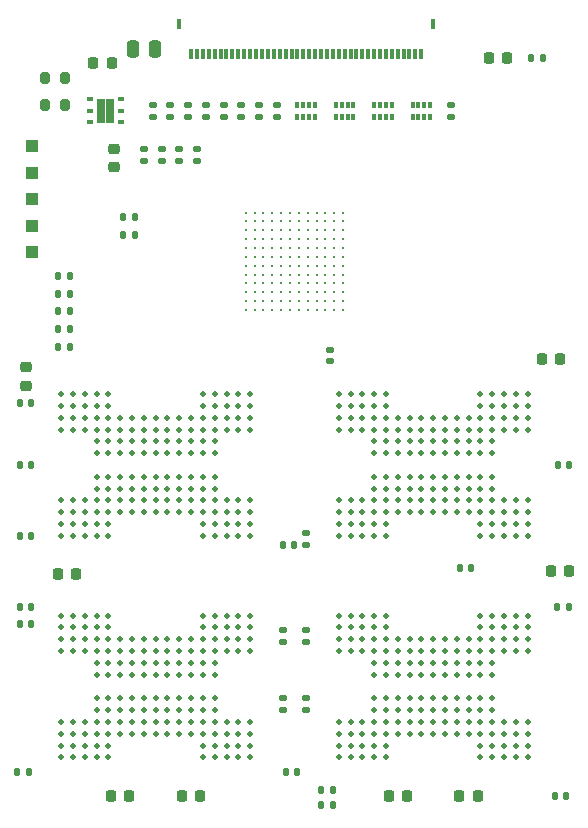
<source format=gbr>
%TF.GenerationSoftware,KiCad,Pcbnew,(6.0.7)*%
%TF.CreationDate,2022-10-03T18:22:00-04:00*%
%TF.ProjectId,IDE-SSD-ZIF,4944452d-5353-4442-9d5a-49462e6b6963,rev?*%
%TF.SameCoordinates,Original*%
%TF.FileFunction,Soldermask,Top*%
%TF.FilePolarity,Negative*%
%FSLAX46Y46*%
G04 Gerber Fmt 4.6, Leading zero omitted, Abs format (unit mm)*
G04 Created by KiCad (PCBNEW (6.0.7)) date 2022-10-03 18:22:00*
%MOMM*%
%LPD*%
G01*
G04 APERTURE LIST*
G04 Aperture macros list*
%AMRoundRect*
0 Rectangle with rounded corners*
0 $1 Rounding radius*
0 $2 $3 $4 $5 $6 $7 $8 $9 X,Y pos of 4 corners*
0 Add a 4 corners polygon primitive as box body*
4,1,4,$2,$3,$4,$5,$6,$7,$8,$9,$2,$3,0*
0 Add four circle primitives for the rounded corners*
1,1,$1+$1,$2,$3*
1,1,$1+$1,$4,$5*
1,1,$1+$1,$6,$7*
1,1,$1+$1,$8,$9*
0 Add four rect primitives between the rounded corners*
20,1,$1+$1,$2,$3,$4,$5,0*
20,1,$1+$1,$4,$5,$6,$7,0*
20,1,$1+$1,$6,$7,$8,$9,0*
20,1,$1+$1,$8,$9,$2,$3,0*%
G04 Aperture macros list end*
%ADD10RoundRect,0.135000X-0.185000X0.135000X-0.185000X-0.135000X0.185000X-0.135000X0.185000X0.135000X0*%
%ADD11RoundRect,0.250000X-0.250000X-0.475000X0.250000X-0.475000X0.250000X0.475000X-0.250000X0.475000X0*%
%ADD12RoundRect,0.225000X-0.225000X-0.250000X0.225000X-0.250000X0.225000X0.250000X-0.225000X0.250000X0*%
%ADD13RoundRect,0.140000X-0.140000X-0.170000X0.140000X-0.170000X0.140000X0.170000X-0.140000X0.170000X0*%
%ADD14R,1.000000X1.000000*%
%ADD15R,0.400000X0.500000*%
%ADD16R,0.300000X0.500000*%
%ADD17RoundRect,0.225000X0.225000X0.250000X-0.225000X0.250000X-0.225000X-0.250000X0.225000X-0.250000X0*%
%ADD18RoundRect,0.140000X0.140000X0.170000X-0.140000X0.170000X-0.140000X-0.170000X0.140000X-0.170000X0*%
%ADD19RoundRect,0.140000X0.170000X-0.140000X0.170000X0.140000X-0.170000X0.140000X-0.170000X-0.140000X0*%
%ADD20RoundRect,0.135000X-0.135000X-0.185000X0.135000X-0.185000X0.135000X0.185000X-0.135000X0.185000X0*%
%ADD21R,0.304800X0.812800*%
%ADD22R,0.406400X0.812800*%
%ADD23C,0.500000*%
%ADD24RoundRect,0.200000X-0.200000X-0.275000X0.200000X-0.275000X0.200000X0.275000X-0.200000X0.275000X0*%
%ADD25RoundRect,0.225000X0.250000X-0.225000X0.250000X0.225000X-0.250000X0.225000X-0.250000X-0.225000X0*%
%ADD26C,0.300000*%
%ADD27RoundRect,0.218750X-0.218750X-0.256250X0.218750X-0.256250X0.218750X0.256250X-0.218750X0.256250X0*%
%ADD28RoundRect,0.225000X-0.250000X0.225000X-0.250000X-0.225000X0.250000X-0.225000X0.250000X0.225000X0*%
%ADD29R,0.630000X0.450000*%
%ADD30R,0.800000X1.050000*%
%ADD31RoundRect,0.140000X-0.170000X0.140000X-0.170000X-0.140000X0.170000X-0.140000X0.170000X0.140000X0*%
G04 APERTURE END LIST*
D10*
%TO.C,R4*%
X124250000Y-68240000D03*
X124250000Y-69260000D03*
%TD*%
D11*
%TO.C,C1*%
X120300000Y-59750000D03*
X122200000Y-59750000D03*
%TD*%
D12*
%TO.C,C27*%
X113975000Y-104250000D03*
X115525000Y-104250000D03*
%TD*%
D13*
%TO.C,C36*%
X156290000Y-95000000D03*
X157250000Y-95000000D03*
%TD*%
D14*
%TO.C,RST*%
X111750000Y-74750000D03*
%TD*%
D13*
%TO.C,C17*%
X156270000Y-107000000D03*
X157230000Y-107000000D03*
%TD*%
D12*
%TO.C,C40*%
X154950000Y-86000000D03*
X156500000Y-86000000D03*
%TD*%
D10*
%TO.C,R12*%
X122000000Y-64510000D03*
X122000000Y-65530000D03*
%TD*%
%TO.C,R2*%
X128000000Y-64510000D03*
X128000000Y-65530000D03*
%TD*%
D14*
%TO.C,GND*%
X111750000Y-77000000D03*
%TD*%
D15*
%TO.C,RN4*%
X134250000Y-65520000D03*
D16*
X134750000Y-65520000D03*
X135250000Y-65520000D03*
D15*
X135750000Y-65520000D03*
X135750000Y-64520000D03*
D16*
X135250000Y-64520000D03*
X134750000Y-64520000D03*
D15*
X134250000Y-64520000D03*
%TD*%
D17*
%TO.C,C25*%
X149525000Y-123000000D03*
X147975000Y-123000000D03*
%TD*%
D18*
%TO.C,C33*%
X111730000Y-107000000D03*
X110770000Y-107000000D03*
%TD*%
%TO.C,C20*%
X111730000Y-101000000D03*
X110770000Y-101000000D03*
%TD*%
D19*
%TO.C,C35*%
X137000000Y-86230000D03*
X137000000Y-85270000D03*
%TD*%
D15*
%TO.C,RN3*%
X137500000Y-65520000D03*
D16*
X138000000Y-65520000D03*
X138500000Y-65520000D03*
D15*
X139000000Y-65520000D03*
X139000000Y-64520000D03*
D16*
X138500000Y-64520000D03*
X138000000Y-64520000D03*
D15*
X137500000Y-64520000D03*
%TD*%
D20*
%TO.C,R19*%
X114000000Y-79000000D03*
X115020000Y-79000000D03*
%TD*%
%TO.C,R26*%
X119490000Y-74000000D03*
X120510000Y-74000000D03*
%TD*%
D13*
%TO.C,C24*%
X133040000Y-101750000D03*
X134000000Y-101750000D03*
%TD*%
D21*
%TO.C,J1*%
X144753600Y-60166400D03*
X144245600Y-60166400D03*
X143737600Y-60166400D03*
X143255000Y-60166400D03*
X142747000Y-60166400D03*
X142239000Y-60166400D03*
X141756400Y-60166400D03*
X141248400Y-60166400D03*
X140740400Y-60166400D03*
X140257800Y-60166400D03*
X139749800Y-60166400D03*
X139241800Y-60166400D03*
X138759200Y-60166400D03*
X138251200Y-60166400D03*
X137743200Y-60166400D03*
X137260600Y-60166400D03*
X136752600Y-60166400D03*
X136244600Y-60166400D03*
X135762000Y-60166400D03*
X135254000Y-60166400D03*
X134746000Y-60166400D03*
X134238000Y-60166400D03*
X133755400Y-60166400D03*
X133247400Y-60166400D03*
X132739400Y-60166400D03*
X132256800Y-60166400D03*
X131748800Y-60166400D03*
X131240800Y-60166400D03*
X130758200Y-60166400D03*
X130250200Y-60166400D03*
X129742200Y-60166400D03*
X129259600Y-60166400D03*
X128751600Y-60166400D03*
X128243600Y-60166400D03*
X127761000Y-60166400D03*
X127253000Y-60166400D03*
X126745000Y-60166400D03*
X126262400Y-60166400D03*
X125754400Y-60166400D03*
X125246400Y-60166400D03*
D22*
X124230400Y-57677200D03*
X145769600Y-57677200D03*
%TD*%
D10*
%TO.C,R22*%
X135000000Y-114730000D03*
X135000000Y-115750000D03*
%TD*%
D13*
%TO.C,C29*%
X133270000Y-121000000D03*
X134230000Y-121000000D03*
%TD*%
D15*
%TO.C,RN1*%
X144000000Y-65520000D03*
D16*
X144500000Y-65520000D03*
X145000000Y-65520000D03*
D15*
X145500000Y-65520000D03*
X145500000Y-64520000D03*
D16*
X145000000Y-64520000D03*
X144500000Y-64520000D03*
D15*
X144000000Y-64520000D03*
%TD*%
D18*
%TO.C,C22*%
X137230000Y-123750000D03*
X136270000Y-123750000D03*
%TD*%
D10*
%TO.C,R14*%
X147250000Y-64500000D03*
X147250000Y-65520000D03*
%TD*%
%TO.C,R23*%
X135000000Y-108990000D03*
X135000000Y-110010000D03*
%TD*%
D23*
%TO.C,U4*%
X114250000Y-119750000D03*
X114250000Y-118750000D03*
X114250000Y-117750000D03*
X114250000Y-116750000D03*
X114250000Y-110750000D03*
X114250000Y-109750000D03*
X114250000Y-108750000D03*
X114250000Y-107750000D03*
X115250000Y-119750000D03*
X115250000Y-118750000D03*
X115250000Y-117750000D03*
X115250000Y-116750000D03*
X115250000Y-110750000D03*
X115250000Y-109750000D03*
X115250000Y-108750000D03*
X115250000Y-107750000D03*
X116250000Y-119750000D03*
X116250000Y-118750000D03*
X116250000Y-117750000D03*
X116250000Y-116750000D03*
X116250000Y-110750000D03*
X116250000Y-109750000D03*
X116250000Y-108750000D03*
X116250000Y-107750000D03*
X117250000Y-119750000D03*
X117250000Y-118750000D03*
X117250000Y-117750000D03*
X117250000Y-116750000D03*
X117250000Y-115750000D03*
X117250000Y-114750000D03*
X117250000Y-112750000D03*
X117250000Y-111750000D03*
X117250000Y-110750000D03*
X117250000Y-109750000D03*
X117250000Y-108750000D03*
X117250000Y-107750000D03*
X118250000Y-119750000D03*
X118250000Y-118750000D03*
X118250000Y-117750000D03*
X118250000Y-116750000D03*
X118250000Y-115750000D03*
X118250000Y-114750000D03*
X118250000Y-112750000D03*
X118250000Y-111750000D03*
X118250000Y-110750000D03*
X118250000Y-109750000D03*
X118250000Y-108750000D03*
X118250000Y-107750000D03*
X119250000Y-117750000D03*
X119250000Y-116750000D03*
X119250000Y-115750000D03*
X119250000Y-114750000D03*
X119250000Y-112750000D03*
X119250000Y-111750000D03*
X119250000Y-110750000D03*
X119250000Y-109750000D03*
X120250000Y-117750000D03*
X120250000Y-116750000D03*
X120250000Y-115750000D03*
X120250000Y-114750000D03*
X120250000Y-112750000D03*
X120250000Y-111750000D03*
X120250000Y-110750000D03*
X120250000Y-109750000D03*
X121250000Y-117750000D03*
X121250000Y-116750000D03*
X121250000Y-115750000D03*
X121250000Y-114750000D03*
X121250000Y-112750000D03*
X121250000Y-111750000D03*
X121250000Y-110750000D03*
X121250000Y-109750000D03*
X122250000Y-117750000D03*
X122250000Y-116750000D03*
X122250000Y-115750000D03*
X122250000Y-114750000D03*
X122250000Y-112750000D03*
X122250000Y-111750000D03*
X122250000Y-110750000D03*
X122250000Y-109750000D03*
X123250000Y-117750000D03*
X123250000Y-116750000D03*
X123250000Y-115750000D03*
X123250000Y-114750000D03*
X123250000Y-112750000D03*
X123250000Y-111750000D03*
X123250000Y-110750000D03*
X123250000Y-109750000D03*
X124250000Y-117750000D03*
X124250000Y-116750000D03*
X124250000Y-115750000D03*
X124250000Y-114750000D03*
X124250000Y-112750000D03*
X124250000Y-111750000D03*
X124250000Y-110750000D03*
X124250000Y-109750000D03*
X125250000Y-117750000D03*
X125250000Y-116750000D03*
X125250000Y-115750000D03*
X125250000Y-114750000D03*
X125250000Y-112750000D03*
X125250000Y-111750000D03*
X125250000Y-110750000D03*
X125250000Y-109750000D03*
X126250000Y-119750000D03*
X126250000Y-118750000D03*
X126250000Y-117750000D03*
X126250000Y-116750000D03*
X126250000Y-115750000D03*
X126250000Y-114750000D03*
X126250000Y-112750000D03*
X126250000Y-111750000D03*
X126250000Y-110750000D03*
X126250000Y-109750000D03*
X126250000Y-108750000D03*
X126250000Y-107750000D03*
X127250000Y-119750000D03*
X127250000Y-118750000D03*
X127250000Y-117750000D03*
X127250000Y-116750000D03*
X127250000Y-115750000D03*
X127250000Y-114750000D03*
X127250000Y-112750000D03*
X127250000Y-111750000D03*
X127250000Y-110750000D03*
X127250000Y-109750000D03*
X127250000Y-108750000D03*
X127250000Y-107750000D03*
X128250000Y-119750000D03*
X128250000Y-118750000D03*
X128250000Y-117750000D03*
X128250000Y-116750000D03*
X128250000Y-110750000D03*
X128250000Y-109750000D03*
X128250000Y-108750000D03*
X128250000Y-107750000D03*
X129250000Y-119750000D03*
X129250000Y-118750000D03*
X129250000Y-117750000D03*
X129250000Y-116750000D03*
X129250000Y-110750000D03*
X129250000Y-109750000D03*
X129250000Y-108750000D03*
X129250000Y-107750000D03*
X130250000Y-119750000D03*
X130250000Y-118750000D03*
X130250000Y-117750000D03*
X130250000Y-116750000D03*
X130250000Y-110750000D03*
X130250000Y-109750000D03*
X130250000Y-108750000D03*
X130250000Y-107750000D03*
%TD*%
D24*
%TO.C,R25*%
X112925000Y-62250000D03*
X114575000Y-62250000D03*
%TD*%
D14*
%TO.C,I2C*%
X111750000Y-68000000D03*
%TD*%
D25*
%TO.C,C28*%
X111250000Y-88275000D03*
X111250000Y-86725000D03*
%TD*%
D18*
%TO.C,C30*%
X111500000Y-121000000D03*
X110540000Y-121000000D03*
%TD*%
D10*
%TO.C,R8*%
X129500000Y-64500000D03*
X129500000Y-65520000D03*
%TD*%
D13*
%TO.C,C31*%
X148000000Y-103750000D03*
X148960000Y-103750000D03*
%TD*%
D26*
%TO.C,U1*%
X129875000Y-81875000D03*
X129875000Y-81125000D03*
X129875000Y-80375000D03*
X129875000Y-79625000D03*
X129875000Y-78875000D03*
X129875000Y-78125000D03*
X129875000Y-77375000D03*
X129875000Y-76625000D03*
X129875000Y-75875000D03*
X129875000Y-75125000D03*
X129875000Y-74375000D03*
X129875000Y-73625000D03*
X130625000Y-81875000D03*
X130625000Y-81125000D03*
X130625000Y-80375000D03*
X130625000Y-79625000D03*
X130625000Y-78875000D03*
X130625000Y-78125000D03*
X130625000Y-77375000D03*
X130625000Y-76625000D03*
X130625000Y-75875000D03*
X130625000Y-75125000D03*
X130625000Y-74375000D03*
X130625000Y-73625000D03*
X131375000Y-81875000D03*
X131375000Y-81125000D03*
X131375000Y-80375000D03*
X131375000Y-79625000D03*
X131375000Y-78875000D03*
X131375000Y-78125000D03*
X131375000Y-77375000D03*
X131375000Y-76625000D03*
X131375000Y-75875000D03*
X131375000Y-75125000D03*
X131375000Y-74375000D03*
X131375000Y-73625000D03*
X132125000Y-81875000D03*
X132125000Y-81125000D03*
X132125000Y-80375000D03*
X132125000Y-79625000D03*
X132125000Y-78875000D03*
X132125000Y-78125000D03*
X132125000Y-77375000D03*
X132125000Y-76625000D03*
X132125000Y-75875000D03*
X132125000Y-75125000D03*
X132125000Y-74375000D03*
X132125000Y-73625000D03*
X132875000Y-81875000D03*
X132875000Y-81125000D03*
X132875000Y-80375000D03*
X132875000Y-79625000D03*
X132875000Y-78875000D03*
X132875000Y-78125000D03*
X132875000Y-77375000D03*
X132875000Y-76625000D03*
X132875000Y-75875000D03*
X132875000Y-75125000D03*
X132875000Y-74375000D03*
X132875000Y-73625000D03*
X133625000Y-81875000D03*
X133625000Y-81125000D03*
X133625000Y-80375000D03*
X133625000Y-79625000D03*
X133625000Y-78875000D03*
X133625000Y-78125000D03*
X133625000Y-77375000D03*
X133625000Y-76625000D03*
X133625000Y-75875000D03*
X133625000Y-75125000D03*
X133625000Y-74375000D03*
X133625000Y-73625000D03*
X134375000Y-81875000D03*
X134375000Y-81125000D03*
X134375000Y-80375000D03*
X134375000Y-79625000D03*
X134375000Y-78875000D03*
X134375000Y-78125000D03*
X134375000Y-77375000D03*
X134375000Y-76625000D03*
X134375000Y-75875000D03*
X134375000Y-75125000D03*
X134375000Y-74375000D03*
X134375000Y-73625000D03*
X135125000Y-81875000D03*
X135125000Y-81125000D03*
X135125000Y-80375000D03*
X135125000Y-79625000D03*
X135125000Y-78875000D03*
X135125000Y-78125000D03*
X135125000Y-77375000D03*
X135125000Y-76625000D03*
X135125000Y-75875000D03*
X135125000Y-75125000D03*
X135125000Y-74375000D03*
X135125000Y-73625000D03*
X135875000Y-81875000D03*
X135875000Y-81125000D03*
X135875000Y-80375000D03*
X135875000Y-79625000D03*
X135875000Y-78875000D03*
X135875000Y-78125000D03*
X135875000Y-77375000D03*
X135875000Y-76625000D03*
X135875000Y-75875000D03*
X135875000Y-75125000D03*
X135875000Y-74375000D03*
X135875000Y-73625000D03*
X136625000Y-81875000D03*
X136625000Y-81125000D03*
X136625000Y-80375000D03*
X136625000Y-79625000D03*
X136625000Y-78875000D03*
X136625000Y-78125000D03*
X136625000Y-77375000D03*
X136625000Y-76625000D03*
X136625000Y-75875000D03*
X136625000Y-75125000D03*
X136625000Y-74375000D03*
X136625000Y-73625000D03*
X137375000Y-81875000D03*
X137375000Y-81125000D03*
X137375000Y-80375000D03*
X137375000Y-79625000D03*
X137375000Y-78875000D03*
X137375000Y-78125000D03*
X137375000Y-77375000D03*
X137375000Y-76625000D03*
X137375000Y-75875000D03*
X137375000Y-75125000D03*
X137375000Y-74375000D03*
X137375000Y-73625000D03*
X138125000Y-81875000D03*
X138125000Y-81125000D03*
X138125000Y-80375000D03*
X138125000Y-79625000D03*
X138125000Y-78875000D03*
X138125000Y-78125000D03*
X138125000Y-77375000D03*
X138125000Y-76625000D03*
X138125000Y-75875000D03*
X138125000Y-75125000D03*
X138125000Y-74375000D03*
X138125000Y-73625000D03*
%TD*%
D20*
%TO.C,R16*%
X114000000Y-80500000D03*
X115020000Y-80500000D03*
%TD*%
D18*
%TO.C,C23*%
X111730000Y-95000000D03*
X110770000Y-95000000D03*
%TD*%
D27*
%TO.C,D1*%
X150462500Y-60500000D03*
X152037500Y-60500000D03*
%TD*%
D24*
%TO.C,R13*%
X112925000Y-64500000D03*
X114575000Y-64500000D03*
%TD*%
D20*
%TO.C,R27*%
X119490000Y-75500000D03*
X120510000Y-75500000D03*
%TD*%
D10*
%TO.C,R7*%
X132500000Y-64510000D03*
X132500000Y-65530000D03*
%TD*%
D23*
%TO.C,U3*%
X114250000Y-101000000D03*
X114250000Y-100000000D03*
X114250000Y-99000000D03*
X114250000Y-98000000D03*
X114250000Y-92000000D03*
X114250000Y-91000000D03*
X114250000Y-90000000D03*
X114250000Y-89000000D03*
X115250000Y-101000000D03*
X115250000Y-100000000D03*
X115250000Y-99000000D03*
X115250000Y-98000000D03*
X115250000Y-92000000D03*
X115250000Y-91000000D03*
X115250000Y-90000000D03*
X115250000Y-89000000D03*
X116250000Y-101000000D03*
X116250000Y-100000000D03*
X116250000Y-99000000D03*
X116250000Y-98000000D03*
X116250000Y-92000000D03*
X116250000Y-91000000D03*
X116250000Y-90000000D03*
X116250000Y-89000000D03*
X117250000Y-101000000D03*
X117250000Y-100000000D03*
X117250000Y-99000000D03*
X117250000Y-98000000D03*
X117250000Y-97000000D03*
X117250000Y-96000000D03*
X117250000Y-94000000D03*
X117250000Y-93000000D03*
X117250000Y-92000000D03*
X117250000Y-91000000D03*
X117250000Y-90000000D03*
X117250000Y-89000000D03*
X118250000Y-101000000D03*
X118250000Y-100000000D03*
X118250000Y-99000000D03*
X118250000Y-98000000D03*
X118250000Y-97000000D03*
X118250000Y-96000000D03*
X118250000Y-94000000D03*
X118250000Y-93000000D03*
X118250000Y-92000000D03*
X118250000Y-91000000D03*
X118250000Y-90000000D03*
X118250000Y-89000000D03*
X119250000Y-99000000D03*
X119250000Y-98000000D03*
X119250000Y-97000000D03*
X119250000Y-96000000D03*
X119250000Y-94000000D03*
X119250000Y-93000000D03*
X119250000Y-92000000D03*
X119250000Y-91000000D03*
X120250000Y-99000000D03*
X120250000Y-98000000D03*
X120250000Y-97000000D03*
X120250000Y-96000000D03*
X120250000Y-94000000D03*
X120250000Y-93000000D03*
X120250000Y-92000000D03*
X120250000Y-91000000D03*
X121250000Y-99000000D03*
X121250000Y-98000000D03*
X121250000Y-97000000D03*
X121250000Y-96000000D03*
X121250000Y-94000000D03*
X121250000Y-93000000D03*
X121250000Y-92000000D03*
X121250000Y-91000000D03*
X122250000Y-99000000D03*
X122250000Y-98000000D03*
X122250000Y-97000000D03*
X122250000Y-96000000D03*
X122250000Y-94000000D03*
X122250000Y-93000000D03*
X122250000Y-92000000D03*
X122250000Y-91000000D03*
X123250000Y-99000000D03*
X123250000Y-98000000D03*
X123250000Y-97000000D03*
X123250000Y-96000000D03*
X123250000Y-94000000D03*
X123250000Y-93000000D03*
X123250000Y-92000000D03*
X123250000Y-91000000D03*
X124250000Y-99000000D03*
X124250000Y-98000000D03*
X124250000Y-97000000D03*
X124250000Y-96000000D03*
X124250000Y-94000000D03*
X124250000Y-93000000D03*
X124250000Y-92000000D03*
X124250000Y-91000000D03*
X125250000Y-99000000D03*
X125250000Y-98000000D03*
X125250000Y-97000000D03*
X125250000Y-96000000D03*
X125250000Y-94000000D03*
X125250000Y-93000000D03*
X125250000Y-92000000D03*
X125250000Y-91000000D03*
X126250000Y-101000000D03*
X126250000Y-100000000D03*
X126250000Y-99000000D03*
X126250000Y-98000000D03*
X126250000Y-97000000D03*
X126250000Y-96000000D03*
X126250000Y-94000000D03*
X126250000Y-93000000D03*
X126250000Y-92000000D03*
X126250000Y-91000000D03*
X126250000Y-90000000D03*
X126250000Y-89000000D03*
X127250000Y-101000000D03*
X127250000Y-100000000D03*
X127250000Y-99000000D03*
X127250000Y-98000000D03*
X127250000Y-97000000D03*
X127250000Y-96000000D03*
X127250000Y-94000000D03*
X127250000Y-93000000D03*
X127250000Y-92000000D03*
X127250000Y-91000000D03*
X127250000Y-90000000D03*
X127250000Y-89000000D03*
X128250000Y-101000000D03*
X128250000Y-100000000D03*
X128250000Y-99000000D03*
X128250000Y-98000000D03*
X128250000Y-92000000D03*
X128250000Y-91000000D03*
X128250000Y-90000000D03*
X128250000Y-89000000D03*
X129250000Y-101000000D03*
X129250000Y-100000000D03*
X129250000Y-99000000D03*
X129250000Y-98000000D03*
X129250000Y-92000000D03*
X129250000Y-91000000D03*
X129250000Y-90000000D03*
X129250000Y-89000000D03*
X130250000Y-101000000D03*
X130250000Y-100000000D03*
X130250000Y-99000000D03*
X130250000Y-98000000D03*
X130250000Y-92000000D03*
X130250000Y-91000000D03*
X130250000Y-90000000D03*
X130250000Y-89000000D03*
%TD*%
D12*
%TO.C,C39*%
X155725000Y-104000000D03*
X157275000Y-104000000D03*
%TD*%
D17*
%TO.C,C12*%
X118525000Y-61000000D03*
X116975000Y-61000000D03*
%TD*%
D10*
%TO.C,R21*%
X133000000Y-114730000D03*
X133000000Y-115750000D03*
%TD*%
D13*
%TO.C,C18*%
X156040000Y-123000000D03*
X157000000Y-123000000D03*
%TD*%
D20*
%TO.C,R17*%
X113980000Y-83500000D03*
X115000000Y-83500000D03*
%TD*%
D12*
%TO.C,C38*%
X118475000Y-123000000D03*
X120025000Y-123000000D03*
%TD*%
D23*
%TO.C,U6*%
X137750000Y-101000000D03*
X137750000Y-100000000D03*
X137750000Y-99000000D03*
X137750000Y-98000000D03*
X137750000Y-92000000D03*
X137750000Y-91000000D03*
X137750000Y-90000000D03*
X137750000Y-89000000D03*
X138750000Y-101000000D03*
X138750000Y-100000000D03*
X138750000Y-99000000D03*
X138750000Y-98000000D03*
X138750000Y-92000000D03*
X138750000Y-91000000D03*
X138750000Y-90000000D03*
X138750000Y-89000000D03*
X139750000Y-101000000D03*
X139750000Y-100000000D03*
X139750000Y-99000000D03*
X139750000Y-98000000D03*
X139750000Y-92000000D03*
X139750000Y-91000000D03*
X139750000Y-90000000D03*
X139750000Y-89000000D03*
X140750000Y-101000000D03*
X140750000Y-100000000D03*
X140750000Y-99000000D03*
X140750000Y-98000000D03*
X140750000Y-97000000D03*
X140750000Y-96000000D03*
X140750000Y-94000000D03*
X140750000Y-93000000D03*
X140750000Y-92000000D03*
X140750000Y-91000000D03*
X140750000Y-90000000D03*
X140750000Y-89000000D03*
X141750000Y-101000000D03*
X141750000Y-100000000D03*
X141750000Y-99000000D03*
X141750000Y-98000000D03*
X141750000Y-97000000D03*
X141750000Y-96000000D03*
X141750000Y-94000000D03*
X141750000Y-93000000D03*
X141750000Y-92000000D03*
X141750000Y-91000000D03*
X141750000Y-90000000D03*
X141750000Y-89000000D03*
X142750000Y-99000000D03*
X142750000Y-98000000D03*
X142750000Y-97000000D03*
X142750000Y-96000000D03*
X142750000Y-94000000D03*
X142750000Y-93000000D03*
X142750000Y-92000000D03*
X142750000Y-91000000D03*
X143750000Y-99000000D03*
X143750000Y-98000000D03*
X143750000Y-97000000D03*
X143750000Y-96000000D03*
X143750000Y-94000000D03*
X143750000Y-93000000D03*
X143750000Y-92000000D03*
X143750000Y-91000000D03*
X144750000Y-99000000D03*
X144750000Y-98000000D03*
X144750000Y-97000000D03*
X144750000Y-96000000D03*
X144750000Y-94000000D03*
X144750000Y-93000000D03*
X144750000Y-92000000D03*
X144750000Y-91000000D03*
X145750000Y-99000000D03*
X145750000Y-98000000D03*
X145750000Y-97000000D03*
X145750000Y-96000000D03*
X145750000Y-94000000D03*
X145750000Y-93000000D03*
X145750000Y-92000000D03*
X145750000Y-91000000D03*
X146750000Y-99000000D03*
X146750000Y-98000000D03*
X146750000Y-97000000D03*
X146750000Y-96000000D03*
X146750000Y-94000000D03*
X146750000Y-93000000D03*
X146750000Y-92000000D03*
X146750000Y-91000000D03*
X147750000Y-99000000D03*
X147750000Y-98000000D03*
X147750000Y-97000000D03*
X147750000Y-96000000D03*
X147750000Y-94000000D03*
X147750000Y-93000000D03*
X147750000Y-92000000D03*
X147750000Y-91000000D03*
X148750000Y-99000000D03*
X148750000Y-98000000D03*
X148750000Y-97000000D03*
X148750000Y-96000000D03*
X148750000Y-94000000D03*
X148750000Y-93000000D03*
X148750000Y-92000000D03*
X148750000Y-91000000D03*
X149750000Y-101000000D03*
X149750000Y-100000000D03*
X149750000Y-99000000D03*
X149750000Y-98000000D03*
X149750000Y-97000000D03*
X149750000Y-96000000D03*
X149750000Y-94000000D03*
X149750000Y-93000000D03*
X149750000Y-92000000D03*
X149750000Y-91000000D03*
X149750000Y-90000000D03*
X149750000Y-89000000D03*
X150750000Y-101000000D03*
X150750000Y-100000000D03*
X150750000Y-99000000D03*
X150750000Y-98000000D03*
X150750000Y-97000000D03*
X150750000Y-96000000D03*
X150750000Y-94000000D03*
X150750000Y-93000000D03*
X150750000Y-92000000D03*
X150750000Y-91000000D03*
X150750000Y-90000000D03*
X150750000Y-89000000D03*
X151750000Y-101000000D03*
X151750000Y-100000000D03*
X151750000Y-99000000D03*
X151750000Y-98000000D03*
X151750000Y-92000000D03*
X151750000Y-91000000D03*
X151750000Y-90000000D03*
X151750000Y-89000000D03*
X152750000Y-101000000D03*
X152750000Y-100000000D03*
X152750000Y-99000000D03*
X152750000Y-98000000D03*
X152750000Y-92000000D03*
X152750000Y-91000000D03*
X152750000Y-90000000D03*
X152750000Y-89000000D03*
X153750000Y-101000000D03*
X153750000Y-100000000D03*
X153750000Y-99000000D03*
X153750000Y-98000000D03*
X153750000Y-92000000D03*
X153750000Y-91000000D03*
X153750000Y-90000000D03*
X153750000Y-89000000D03*
%TD*%
D14*
%TO.C,SDA*%
X111750000Y-72500000D03*
%TD*%
D18*
%TO.C,C21*%
X137250000Y-122500000D03*
X136290000Y-122500000D03*
%TD*%
D10*
%TO.C,R9*%
X126500000Y-64520000D03*
X126500000Y-65540000D03*
%TD*%
D20*
%TO.C,R20*%
X114000000Y-85000000D03*
X115020000Y-85000000D03*
%TD*%
D12*
%TO.C,C37*%
X124475000Y-123000000D03*
X126025000Y-123000000D03*
%TD*%
D10*
%TO.C,R5*%
X122750000Y-68240000D03*
X122750000Y-69260000D03*
%TD*%
D23*
%TO.C,U5*%
X137750000Y-119750000D03*
X137750000Y-118750000D03*
X137750000Y-117750000D03*
X137750000Y-116750000D03*
X137750000Y-110750000D03*
X137750000Y-109750000D03*
X137750000Y-108750000D03*
X137750000Y-107750000D03*
X138750000Y-119750000D03*
X138750000Y-118750000D03*
X138750000Y-117750000D03*
X138750000Y-116750000D03*
X138750000Y-110750000D03*
X138750000Y-109750000D03*
X138750000Y-108750000D03*
X138750000Y-107750000D03*
X139750000Y-119750000D03*
X139750000Y-118750000D03*
X139750000Y-117750000D03*
X139750000Y-116750000D03*
X139750000Y-110750000D03*
X139750000Y-109750000D03*
X139750000Y-108750000D03*
X139750000Y-107750000D03*
X140750000Y-119750000D03*
X140750000Y-118750000D03*
X140750000Y-117750000D03*
X140750000Y-116750000D03*
X140750000Y-115750000D03*
X140750000Y-114750000D03*
X140750000Y-112750000D03*
X140750000Y-111750000D03*
X140750000Y-110750000D03*
X140750000Y-109750000D03*
X140750000Y-108750000D03*
X140750000Y-107750000D03*
X141750000Y-119750000D03*
X141750000Y-118750000D03*
X141750000Y-117750000D03*
X141750000Y-116750000D03*
X141750000Y-115750000D03*
X141750000Y-114750000D03*
X141750000Y-112750000D03*
X141750000Y-111750000D03*
X141750000Y-110750000D03*
X141750000Y-109750000D03*
X141750000Y-108750000D03*
X141750000Y-107750000D03*
X142750000Y-117750000D03*
X142750000Y-116750000D03*
X142750000Y-115750000D03*
X142750000Y-114750000D03*
X142750000Y-112750000D03*
X142750000Y-111750000D03*
X142750000Y-110750000D03*
X142750000Y-109750000D03*
X143750000Y-117750000D03*
X143750000Y-116750000D03*
X143750000Y-115750000D03*
X143750000Y-114750000D03*
X143750000Y-112750000D03*
X143750000Y-111750000D03*
X143750000Y-110750000D03*
X143750000Y-109750000D03*
X144750000Y-117750000D03*
X144750000Y-116750000D03*
X144750000Y-115750000D03*
X144750000Y-114750000D03*
X144750000Y-112750000D03*
X144750000Y-111750000D03*
X144750000Y-110750000D03*
X144750000Y-109750000D03*
X145750000Y-117750000D03*
X145750000Y-116750000D03*
X145750000Y-115750000D03*
X145750000Y-114750000D03*
X145750000Y-112750000D03*
X145750000Y-111750000D03*
X145750000Y-110750000D03*
X145750000Y-109750000D03*
X146750000Y-117750000D03*
X146750000Y-116750000D03*
X146750000Y-115750000D03*
X146750000Y-114750000D03*
X146750000Y-112750000D03*
X146750000Y-111750000D03*
X146750000Y-110750000D03*
X146750000Y-109750000D03*
X147750000Y-117750000D03*
X147750000Y-116750000D03*
X147750000Y-115750000D03*
X147750000Y-114750000D03*
X147750000Y-112750000D03*
X147750000Y-111750000D03*
X147750000Y-110750000D03*
X147750000Y-109750000D03*
X148750000Y-117750000D03*
X148750000Y-116750000D03*
X148750000Y-115750000D03*
X148750000Y-114750000D03*
X148750000Y-112750000D03*
X148750000Y-111750000D03*
X148750000Y-110750000D03*
X148750000Y-109750000D03*
X149750000Y-119750000D03*
X149750000Y-118750000D03*
X149750000Y-117750000D03*
X149750000Y-116750000D03*
X149750000Y-115750000D03*
X149750000Y-114750000D03*
X149750000Y-112750000D03*
X149750000Y-111750000D03*
X149750000Y-110750000D03*
X149750000Y-109750000D03*
X149750000Y-108750000D03*
X149750000Y-107750000D03*
X150750000Y-119750000D03*
X150750000Y-118750000D03*
X150750000Y-117750000D03*
X150750000Y-116750000D03*
X150750000Y-115750000D03*
X150750000Y-114750000D03*
X150750000Y-112750000D03*
X150750000Y-111750000D03*
X150750000Y-110750000D03*
X150750000Y-109750000D03*
X150750000Y-108750000D03*
X150750000Y-107750000D03*
X151750000Y-119750000D03*
X151750000Y-118750000D03*
X151750000Y-117750000D03*
X151750000Y-116750000D03*
X151750000Y-110750000D03*
X151750000Y-109750000D03*
X151750000Y-108750000D03*
X151750000Y-107750000D03*
X152750000Y-119750000D03*
X152750000Y-118750000D03*
X152750000Y-117750000D03*
X152750000Y-116750000D03*
X152750000Y-110750000D03*
X152750000Y-109750000D03*
X152750000Y-108750000D03*
X152750000Y-107750000D03*
X153750000Y-119750000D03*
X153750000Y-118750000D03*
X153750000Y-117750000D03*
X153750000Y-116750000D03*
X153750000Y-110750000D03*
X153750000Y-109750000D03*
X153750000Y-108750000D03*
X153750000Y-107750000D03*
%TD*%
D18*
%TO.C,C19*%
X111710000Y-89750000D03*
X110750000Y-89750000D03*
%TD*%
%TO.C,C34*%
X111730000Y-108500000D03*
X110770000Y-108500000D03*
%TD*%
D10*
%TO.C,R3*%
X125750000Y-68240000D03*
X125750000Y-69260000D03*
%TD*%
%TO.C,R6*%
X121250000Y-68240000D03*
X121250000Y-69260000D03*
%TD*%
%TO.C,R24*%
X133000000Y-108990000D03*
X133000000Y-110010000D03*
%TD*%
D20*
%TO.C,R15*%
X153990000Y-60500000D03*
X155010000Y-60500000D03*
%TD*%
D28*
%TO.C,C13*%
X118750000Y-68200000D03*
X118750000Y-69750000D03*
%TD*%
D14*
%TO.C,SCL*%
X111750000Y-70250000D03*
%TD*%
D10*
%TO.C,R11*%
X123500000Y-64510000D03*
X123500000Y-65530000D03*
%TD*%
D29*
%TO.C,U2*%
X116660000Y-64050000D03*
X116660000Y-65000000D03*
X116660000Y-65950000D03*
X119340000Y-65950000D03*
X119340000Y-65000000D03*
X119340000Y-64050000D03*
D30*
X117600000Y-65525000D03*
X117600000Y-64475000D03*
X118400000Y-65525000D03*
X118400000Y-64475000D03*
%TD*%
D15*
%TO.C,RN2*%
X140750000Y-65520000D03*
D16*
X141250000Y-65520000D03*
X141750000Y-65520000D03*
D15*
X142250000Y-65520000D03*
X142250000Y-64520000D03*
D16*
X141750000Y-64520000D03*
X141250000Y-64520000D03*
D15*
X140750000Y-64520000D03*
%TD*%
D31*
%TO.C,C32*%
X135000000Y-100770000D03*
X135000000Y-101730000D03*
%TD*%
D10*
%TO.C,R10*%
X125000000Y-64510000D03*
X125000000Y-65530000D03*
%TD*%
D20*
%TO.C,R18*%
X113980000Y-82000000D03*
X115000000Y-82000000D03*
%TD*%
D10*
%TO.C,R1*%
X131000000Y-64510000D03*
X131000000Y-65530000D03*
%TD*%
D12*
%TO.C,C26*%
X141975000Y-123000000D03*
X143525000Y-123000000D03*
%TD*%
M02*

</source>
